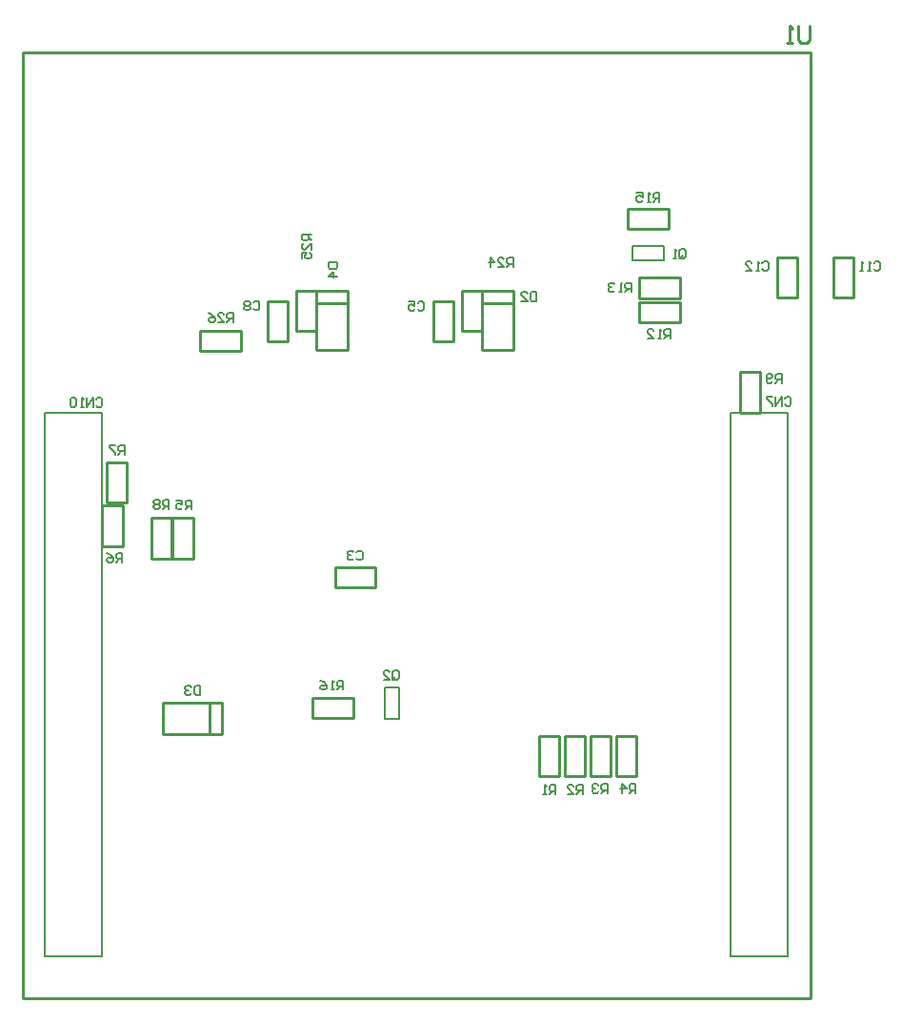
<source format=gbo>
G04*
G04 #@! TF.GenerationSoftware,Altium Limited,Altium Designer,19.0.12 (326)*
G04*
G04 Layer_Color=32896*
%FSLAX25Y25*%
%MOIN*%
G70*
G01*
G75*
%ADD12C,0.01000*%
%ADD13C,0.00787*%
%ADD14C,0.00600*%
D12*
X101913Y236457D02*
X116087D01*
Y243543D01*
X101913D02*
X116087D01*
X101913Y236457D02*
Y243543D01*
X148950Y153957D02*
X163124D01*
Y161043D01*
X148950D02*
X163124D01*
X148950Y153957D02*
Y161043D01*
X105021Y102656D02*
Y113680D01*
X88879Y102656D02*
X109351D01*
Y113680D01*
X88879D02*
X109351D01*
X88879Y102656D02*
Y113680D01*
X39803Y340905D02*
X315492D01*
X39803Y10295D02*
Y340905D01*
Y10295D02*
X315492D01*
Y340905D01*
X142543Y243513D02*
Y257687D01*
X135457D02*
X142543D01*
X135457Y243513D02*
Y257687D01*
Y243513D02*
X142543D01*
X200543Y243576D02*
Y257750D01*
X193457D02*
X200543D01*
X193457Y243576D02*
Y257750D01*
Y243576D02*
X200543D01*
X141213Y115243D02*
X155387D01*
X141213Y108157D02*
Y115243D01*
Y108157D02*
X155387D01*
Y115243D01*
X251513Y286343D02*
X265687D01*
X251513Y279257D02*
Y286343D01*
Y279257D02*
X265687D01*
Y286343D01*
X255576Y255020D02*
X269750D01*
Y262106D01*
X255576D02*
X269750D01*
X255576Y255020D02*
Y262106D01*
Y246520D02*
X269750D01*
Y253606D01*
X255576D02*
X269750D01*
X255576Y246520D02*
Y253606D01*
X297843Y215013D02*
Y229187D01*
X290757D02*
X297843D01*
X290757Y215013D02*
Y229187D01*
Y215013D02*
X297843D01*
X84757Y164013D02*
Y178187D01*
Y164013D02*
X91843D01*
Y178187D01*
X84757D02*
X91843D01*
X76143Y183445D02*
Y197618D01*
X69057D02*
X76143D01*
X69057Y183445D02*
Y197618D01*
Y183445D02*
X76143D01*
X74643Y168313D02*
Y182487D01*
X67557D02*
X74643D01*
X67557Y168313D02*
Y182487D01*
Y168313D02*
X74643D01*
X92248Y164013D02*
Y178187D01*
Y164013D02*
X99335D01*
Y178187D01*
X92248D02*
X99335D01*
X247457Y87913D02*
Y102087D01*
Y87913D02*
X254543D01*
Y102087D01*
X247457D02*
X254543D01*
X238457Y87913D02*
Y102087D01*
Y87913D02*
X245543D01*
Y102087D01*
X238457D02*
X245543D01*
X229457Y87913D02*
Y102087D01*
Y87913D02*
X236543D01*
Y102087D01*
X229457D02*
X236543D01*
X220457Y87913D02*
Y102087D01*
Y87913D02*
X227543D01*
Y102087D01*
X220457D02*
X227543D01*
X142488Y237032D02*
X153512D01*
X142488D02*
Y257504D01*
X153512D01*
Y237032D02*
Y257504D01*
X142488Y253173D02*
X153512D01*
X200488Y237032D02*
X211512D01*
X200488D02*
Y257504D01*
X211512D01*
Y237032D02*
Y257504D01*
X200488Y253173D02*
X211512D01*
X303614Y255256D02*
X310701D01*
X303614D02*
Y269429D01*
X310701D01*
Y255256D02*
Y269429D01*
X323299Y255256D02*
X330386D01*
X323299D02*
Y269429D01*
X330386D01*
Y255256D02*
Y269429D01*
X125457Y254087D02*
X132543D01*
Y239913D02*
Y254087D01*
X125457Y239913D02*
X132543D01*
X125457D02*
Y254087D01*
X183457D02*
X190543D01*
Y239913D02*
Y254087D01*
X183457Y239913D02*
X190543D01*
X183457D02*
Y254087D01*
X315000Y350398D02*
Y345400D01*
X314000Y344400D01*
X312001D01*
X311001Y345400D01*
Y350398D01*
X309002Y344400D02*
X307003D01*
X308002D01*
Y350398D01*
X309002Y349398D01*
D13*
X307500Y25000D02*
Y215000D01*
X287500Y25000D02*
Y215000D01*
X307500D01*
X287500Y25000D02*
X307500D01*
X67500D02*
Y215000D01*
X47500Y25000D02*
Y215000D01*
X67500D01*
X47500Y25000D02*
X67500D01*
X166301Y118812D02*
X171301D01*
X166301Y107788D02*
X171301D01*
Y118812D01*
X166301Y107788D02*
Y118812D01*
X264169Y268323D02*
Y273323D01*
X253146Y268323D02*
Y273323D01*
Y268323D02*
X264169D01*
X253146Y273323D02*
X264169D01*
D14*
X113400Y246700D02*
Y249899D01*
X111801D01*
X111267Y249366D01*
Y248300D01*
X111801Y247766D01*
X113400D01*
X112334D02*
X111267Y246700D01*
X108068D02*
X110201D01*
X108068Y248833D01*
Y249366D01*
X108601Y249899D01*
X109668D01*
X110201Y249366D01*
X104869Y249899D02*
X105936Y249366D01*
X107002Y248300D01*
Y247233D01*
X106469Y246700D01*
X105403D01*
X104869Y247233D01*
Y247766D01*
X105403Y248300D01*
X107002D01*
X156567Y166166D02*
X157100Y166699D01*
X158167D01*
X158700Y166166D01*
Y164033D01*
X158167Y163500D01*
X157100D01*
X156567Y164033D01*
X155501Y166166D02*
X154968Y166699D01*
X153902D01*
X153368Y166166D01*
Y165633D01*
X153902Y165100D01*
X154435D01*
X153902D01*
X153368Y164566D01*
Y164033D01*
X153902Y163500D01*
X154968D01*
X155501Y164033D01*
X101900Y119499D02*
Y116300D01*
X100301D01*
X99767Y116833D01*
Y118966D01*
X100301Y119499D01*
X101900D01*
X98701Y118966D02*
X98168Y119499D01*
X97101D01*
X96568Y118966D01*
Y118433D01*
X97101Y117900D01*
X97635D01*
X97101D01*
X96568Y117366D01*
Y116833D01*
X97101Y116300D01*
X98168D01*
X98701Y116833D01*
X306467Y220066D02*
X307000Y220599D01*
X308067D01*
X308600Y220066D01*
Y217933D01*
X308067Y217400D01*
X307000D01*
X306467Y217933D01*
X305401Y217400D02*
Y220599D01*
X303268Y217400D01*
Y220599D01*
X302202D02*
X300069D01*
Y220066D01*
X302202Y217933D01*
Y217400D01*
X65367Y219666D02*
X65900Y220199D01*
X66967D01*
X67500Y219666D01*
Y217533D01*
X66967Y217000D01*
X65900D01*
X65367Y217533D01*
X64301Y217000D02*
Y220199D01*
X62168Y217000D01*
Y220199D01*
X61102Y217000D02*
X60036D01*
X60569D01*
Y220199D01*
X61102Y219666D01*
X58436D02*
X57903Y220199D01*
X56837D01*
X56304Y219666D01*
Y217533D01*
X56837Y217000D01*
X57903D01*
X58436Y217533D01*
Y219666D01*
X298567Y267366D02*
X299100Y267899D01*
X300167D01*
X300700Y267366D01*
Y265233D01*
X300167Y264700D01*
X299100D01*
X298567Y265233D01*
X297501Y264700D02*
X296435D01*
X296968D01*
Y267899D01*
X297501Y267366D01*
X292703Y264700D02*
X294835D01*
X292703Y266833D01*
Y267366D01*
X293236Y267899D01*
X294302D01*
X294835Y267366D01*
X337667D02*
X338200Y267899D01*
X339267D01*
X339800Y267366D01*
Y265233D01*
X339267Y264700D01*
X338200D01*
X337667Y265233D01*
X336601Y264700D02*
X335535D01*
X336068D01*
Y267899D01*
X336601Y267366D01*
X333935Y264700D02*
X332869D01*
X333402D01*
Y267899D01*
X333935Y267366D01*
X151900Y118100D02*
Y121299D01*
X150301D01*
X149767Y120766D01*
Y119700D01*
X150301Y119166D01*
X151900D01*
X150834D02*
X149767Y118100D01*
X148701D02*
X147635D01*
X148168D01*
Y121299D01*
X148701Y120766D01*
X143903Y121299D02*
X144969Y120766D01*
X146035Y119700D01*
Y118633D01*
X145502Y118100D01*
X144436D01*
X143903Y118633D01*
Y119166D01*
X144436Y119700D01*
X146035D01*
X169167Y122133D02*
Y124266D01*
X169701Y124799D01*
X170767D01*
X171300Y124266D01*
Y122133D01*
X170767Y121600D01*
X169701D01*
X170234Y122666D02*
X169167Y121600D01*
X169701D02*
X169167Y122133D01*
X165968Y121600D02*
X168101D01*
X165968Y123733D01*
Y124266D01*
X166501Y124799D01*
X167568D01*
X168101Y124266D01*
X140700Y277300D02*
X137501D01*
Y275700D01*
X138034Y275167D01*
X139101D01*
X139634Y275700D01*
Y277300D01*
Y276234D02*
X140700Y275167D01*
Y271968D02*
Y274101D01*
X138567Y271968D01*
X138034D01*
X137501Y272501D01*
Y273568D01*
X138034Y274101D01*
X137501Y268769D02*
Y270902D01*
X139101D01*
X138567Y269836D01*
Y269303D01*
X139101Y268769D01*
X140167D01*
X140700Y269303D01*
Y270369D01*
X140167Y270902D01*
X211300Y265900D02*
Y269099D01*
X209700D01*
X209167Y268566D01*
Y267499D01*
X209700Y266966D01*
X211300D01*
X210234D02*
X209167Y265900D01*
X205968D02*
X208101D01*
X205968Y268033D01*
Y268566D01*
X206502Y269099D01*
X207568D01*
X208101Y268566D01*
X203303Y265900D02*
Y269099D01*
X204902Y267499D01*
X202769D01*
X262600Y288700D02*
Y291899D01*
X261000D01*
X260467Y291366D01*
Y290300D01*
X261000Y289766D01*
X262600D01*
X261534D02*
X260467Y288700D01*
X259401D02*
X258335D01*
X258868D01*
Y291899D01*
X259401Y291366D01*
X254603Y291899D02*
X256735D01*
Y290300D01*
X255669Y290833D01*
X255136D01*
X254603Y290300D01*
Y289233D01*
X255136Y288700D01*
X256202D01*
X256735Y289233D01*
X252700Y257200D02*
Y260399D01*
X251100D01*
X250567Y259866D01*
Y258800D01*
X251100Y258266D01*
X252700D01*
X251634D02*
X250567Y257200D01*
X249501D02*
X248435D01*
X248968D01*
Y260399D01*
X249501Y259866D01*
X246835D02*
X246302Y260399D01*
X245236D01*
X244703Y259866D01*
Y259333D01*
X245236Y258800D01*
X245769D01*
X245236D01*
X244703Y258266D01*
Y257733D01*
X245236Y257200D01*
X246302D01*
X246835Y257733D01*
X266400Y240900D02*
Y244099D01*
X264801D01*
X264267Y243566D01*
Y242499D01*
X264801Y241966D01*
X266400D01*
X265334D02*
X264267Y240900D01*
X263201D02*
X262135D01*
X262668D01*
Y244099D01*
X263201Y243566D01*
X258403Y240900D02*
X260535D01*
X258403Y243033D01*
Y243566D01*
X258936Y244099D01*
X260002D01*
X260535Y243566D01*
X305300Y225400D02*
Y228599D01*
X303700D01*
X303167Y228066D01*
Y226999D01*
X303700Y226466D01*
X305300D01*
X304234D02*
X303167Y225400D01*
X302101Y225933D02*
X301568Y225400D01*
X300501D01*
X299968Y225933D01*
Y228066D01*
X300501Y228599D01*
X301568D01*
X302101Y228066D01*
Y227533D01*
X301568Y226999D01*
X299968D01*
X90900Y181300D02*
Y184499D01*
X89301D01*
X88767Y183966D01*
Y182899D01*
X89301Y182366D01*
X90900D01*
X89834D02*
X88767Y181300D01*
X87701Y183966D02*
X87168Y184499D01*
X86102D01*
X85568Y183966D01*
Y183433D01*
X86102Y182899D01*
X85568Y182366D01*
Y181833D01*
X86102Y181300D01*
X87168D01*
X87701Y181833D01*
Y182366D01*
X87168Y182899D01*
X87701Y183433D01*
Y183966D01*
X87168Y182899D02*
X86102D01*
X75300Y200400D02*
Y203599D01*
X73700D01*
X73167Y203066D01*
Y201999D01*
X73700Y201466D01*
X75300D01*
X74234D02*
X73167Y200400D01*
X72101Y203599D02*
X69968D01*
Y203066D01*
X72101Y200933D01*
Y200400D01*
X74600Y162700D02*
Y165899D01*
X73001D01*
X72467Y165366D01*
Y164299D01*
X73001Y163766D01*
X74600D01*
X73534D02*
X72467Y162700D01*
X69268Y165899D02*
X70335Y165366D01*
X71401Y164299D01*
Y163233D01*
X70868Y162700D01*
X69801D01*
X69268Y163233D01*
Y163766D01*
X69801Y164299D01*
X71401D01*
X98800Y181200D02*
Y184399D01*
X97201D01*
X96667Y183866D01*
Y182799D01*
X97201Y182266D01*
X98800D01*
X97734D02*
X96667Y181200D01*
X93468Y184399D02*
X95601D01*
Y182799D01*
X94535Y183333D01*
X94002D01*
X93468Y182799D01*
Y181733D01*
X94002Y181200D01*
X95068D01*
X95601Y181733D01*
X254200Y81900D02*
Y85099D01*
X252601D01*
X252067Y84566D01*
Y83499D01*
X252601Y82966D01*
X254200D01*
X253134D02*
X252067Y81900D01*
X249401D02*
Y85099D01*
X251001Y83499D01*
X248868D01*
X244400Y81900D02*
Y85099D01*
X242800D01*
X242267Y84566D01*
Y83499D01*
X242800Y82966D01*
X244400D01*
X243334D02*
X242267Y81900D01*
X241201Y84566D02*
X240668Y85099D01*
X239601D01*
X239068Y84566D01*
Y84033D01*
X239601Y83499D01*
X240135D01*
X239601D01*
X239068Y82966D01*
Y82433D01*
X239601Y81900D01*
X240668D01*
X241201Y82433D01*
X235700Y81700D02*
Y84899D01*
X234101D01*
X233567Y84366D01*
Y83299D01*
X234101Y82766D01*
X235700D01*
X234634D02*
X233567Y81700D01*
X230368D02*
X232501D01*
X230368Y83833D01*
Y84366D01*
X230902Y84899D01*
X231968D01*
X232501Y84366D01*
X226200Y81600D02*
Y84799D01*
X224601D01*
X224067Y84266D01*
Y83200D01*
X224601Y82666D01*
X226200D01*
X225134D02*
X224067Y81600D01*
X223001D02*
X221935D01*
X222468D01*
Y84799D01*
X223001Y84266D01*
X269567Y269433D02*
Y271566D01*
X270100Y272099D01*
X271167D01*
X271700Y271566D01*
Y269433D01*
X271167Y268900D01*
X270100D01*
X270634Y269966D02*
X269567Y268900D01*
X270100D02*
X269567Y269433D01*
X268501Y268900D02*
X267435D01*
X267968D01*
Y272099D01*
X268501Y271566D01*
X146701Y267500D02*
X149900D01*
Y265900D01*
X149367Y265367D01*
X147234D01*
X146701Y265900D01*
Y267500D01*
X149900Y262702D02*
X146701D01*
X148301Y264301D01*
Y262168D01*
X219500Y257199D02*
Y254000D01*
X217900D01*
X217367Y254533D01*
Y256666D01*
X217900Y257199D01*
X219500D01*
X214168Y254000D02*
X216301D01*
X214168Y256133D01*
Y256666D01*
X214702Y257199D01*
X215768D01*
X216301Y256666D01*
X120467Y253466D02*
X121001Y253999D01*
X122067D01*
X122600Y253466D01*
Y251333D01*
X122067Y250800D01*
X121001D01*
X120467Y251333D01*
X119401Y253466D02*
X118868Y253999D01*
X117801D01*
X117268Y253466D01*
Y252933D01*
X117801Y252399D01*
X117268Y251866D01*
Y251333D01*
X117801Y250800D01*
X118868D01*
X119401Y251333D01*
Y251866D01*
X118868Y252399D01*
X119401Y252933D01*
Y253466D01*
X118868Y252399D02*
X117801D01*
X177967Y253366D02*
X178500Y253899D01*
X179567D01*
X180100Y253366D01*
Y251233D01*
X179567Y250700D01*
X178500D01*
X177967Y251233D01*
X174768Y253899D02*
X176901D01*
Y252299D01*
X175835Y252833D01*
X175302D01*
X174768Y252299D01*
Y251233D01*
X175302Y250700D01*
X176368D01*
X176901Y251233D01*
M02*

</source>
